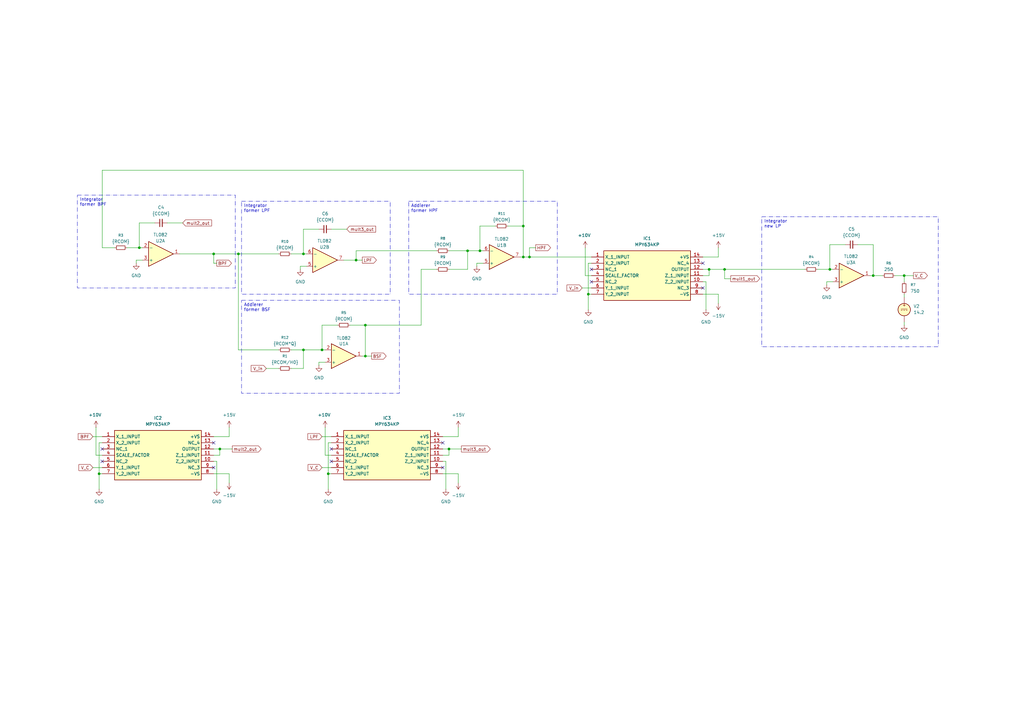
<source format=kicad_sch>
(kicad_sch (version 20250114) (generator "eeschema") (generator_version "9.0")
  (paper "A3")
  (lib_symbols
    (symbol "Amplifier_Operational:TL082" (pin_names (offset 0.127))
      (property "Reference" "U" (at 0 5.08 0))
      (property "Value" "TL082" (at 0 -5.08 0))
      (symbol "TL082_1_1"
        (polyline (pts (xy -5.08 5.08) (xy 5.08 0) (xy -5.08 -5.08) (xy -5.08 5.08)) (stroke (width 0.254)) (fill (type background)))
        (pin input line (at -7.62 2.54 0) (length 2.54) (name "+") (number "3"))
        (pin input line (at -7.62 -2.54 0) (length 2.54) (name "-") (number "2"))
        (pin output line (at 7.62 0 180) (length 2.54) (name "~") (number "1"))
      )
      (symbol "TL082_2_1"
        (polyline (pts (xy -5.08 5.08) (xy 5.08 0) (xy -5.08 -5.08) (xy -5.08 5.08)) (stroke (width 0.254)) (fill (type background)))
        (pin input line (at -7.62 2.54 0) (length 2.54) (name "+") (number "5"))
        (pin input line (at -7.62 -2.54 0) (length 2.54) (name "-") (number "6"))
        (pin output line (at 7.62 0 180) (length 2.54) (name "~") (number "7"))
      )
      (symbol "TL082_3_1"
        (pin power_in line (at -2.54 7.62 270) (length 3.81) (name "V+") (number "8"))
        (pin power_in line (at -2.54 -7.62 90) (length 3.81) (name "V-") (number "4"))
      )
    )
    (symbol "BA_Footprints:MPY634KP"
      (property "Reference" "IC" (at 41.91 7.62 0))
      (property "Value" "MPY634KP" (at 41.91 5.08 0))
      (symbol "MPY634KP_1_1"
        (rectangle (start 5.08 2.54) (end 40.64 -17.78) (stroke (width 0.254)) (fill (type background)))
        (pin passive line (at 0 0 0) (length 5.08) (name "X_1_INPUT") (number "1"))
        (pin passive line (at 0 -2.54 0) (length 5.08) (name "X_2_INPUT") (number "2"))
        (pin passive line (at 0 -5.08 0) (length 5.08) (name "NC_1") (number "3"))
        (pin passive line (at 0 -7.62 0) (length 5.08) (name "SCALE_FACTOR") (number "4"))
        (pin passive line (at 0 -10.16 0) (length 5.08) (name "NC_2") (number "5"))
        (pin passive line (at 0 -12.7 0) (length 5.08) (name "Y_1_INPUT") (number "6"))
        (pin passive line (at 0 -15.24 0) (length 5.08) (name "Y_2_INPUT") (number "7"))
        (pin passive line (at 45.72 0 180) (length 5.08) (name "+VS") (number "14"))
        (pin passive line (at 45.72 -2.54 180) (length 5.08) (name "NC_4") (number "13"))
        (pin passive line (at 45.72 -5.08 180) (length 5.08) (name "OUTPUT") (number "12"))
        (pin passive line (at 45.72 -7.62 180) (length 5.08) (name "Z_1_INPUT") (number "11"))
        (pin passive line (at 45.72 -10.16 180) (length 5.08) (name "Z_2_INPUT") (number "10"))
        (pin passive line (at 45.72 -12.7 180) (length 5.08) (name "NC_3") (number "9"))
        (pin passive line (at 45.72 -15.24 180) (length 5.08) (name "-VS") (number "8"))
      )
    )
    (symbol "Device:C_Small" (pin_numbers (hide yes)) (pin_names (offset 0.254) (hide yes))
      (property "Reference" "C" (at 0.254 1.778 0))
      (property "Value" "C_Small" (at 0.254 -2.032 0))
      (symbol "C_Small_0_1"
        (polyline (pts (xy -1.524 0.508) (xy 1.524 0.508)) (stroke (width 0.3048)))
        (polyline (pts (xy -1.524 -0.508) (xy 1.524 -0.508)) (stroke (width 0.3302)))
      )
      (symbol "C_Small_1_1"
        (pin passive line (at 0 2.54 270) (length 2.032) (name "~") (number "1"))
        (pin passive line (at 0 -2.54 90) (length 2.032) (name "~") (number "2"))
      )
    )
    (symbol "Device:R_Small" (pin_numbers (hide yes)) (pin_names (offset 0.254) (hide yes))
      (property "Reference" "R" (at 0 0 90))
      (property "Value" "R_Small" (at 1.778 0 90))
      (symbol "R_Small_0_1"
        (rectangle (start -0.762 1.778) (end 0.762 -1.778) (stroke (width 0.2032)))
      )
      (symbol "R_Small_1_1"
        (pin passive line (at 0 2.54 270) (length 0.762) (name "~") (number "1"))
        (pin passive line (at 0 -2.54 90) (length 0.762) (name "~") (number "2"))
      )
    )
    (symbol "Simulation_SPICE:VDC" (pin_numbers (hide yes)) (pin_names (offset 0.0254))
      (property "Reference" "V" (at 2.54 2.54 0))
      (property "Value" "1" (at 2.54 0 0))
      (symbol "VDC_0_0"
        (polyline (pts (xy -1.27 0.254) (xy 1.27 0.254)))
        (polyline (pts (xy -0.762 -0.254) (xy -1.27 -0.254)))
        (polyline (pts (xy 0.254 -0.254) (xy -0.254 -0.254)))
        (polyline (pts (xy 1.27 -0.254) (xy 0.762 -0.254)))
        (text "+" (at 0 1.905 0) (effects (font (size 1.27 1.27))))
      )
      (symbol "VDC_0_1"
        (circle (center 0 0) (radius 2.54) (stroke (width 0.254)) (fill (type background)))
      )
      (symbol "VDC_1_1"
        (pin passive line (at 0 5.08 270) (length 2.54) (name "~") (number "1"))
        (pin passive line (at 0 -5.08 90) (length 2.54) (name "~") (number "2"))
      )
    )
    (symbol "power:+15V" (power) (pin_numbers (hide yes)) (pin_names (offset 0) (hide yes))
      (property "Value" "+15V" (at 0 3.556 0))
      (symbol "+15V_0_1"
        (polyline (pts (xy -0.762 1.27) (xy 0 2.54)))
        (polyline (pts (xy 0 2.54) (xy 0.762 1.27)))
        (polyline (pts (xy 0 0) (xy 0 2.54)))
      )
      (symbol "+15V_1_1"
        (pin power_in line (at 0 0 90) (length 0) (name "~") (number "1"))
      )
    )
    (symbol "power:GND" (power) (pin_numbers (hide yes)) (pin_names (offset 0) (hide yes))
      (property "Value" "GND" (at 0 -3.81 0))
      (symbol "GND_0_1"
        (polyline (pts (xy 0 0) (xy 0 -1.27) (xy 1.27 -1.27) (xy 0 -2.54) (xy -1.27 -1.27) (xy 0 -1.27)))
      )
      (symbol "GND_1_1"
        (pin power_in line (at 0 0 270) (length 0) (name "~") (number "1"))
      )
    )
  )
  (rectangle (start -105.41 12.7) (end -11.684 104.14) (stroke (width 0) (type dash_dot)))
  (text ".control\nset controlswait\nwrite selfe_tuned_filter.raw all\n.endc" (at -103.632 78.74 0) (effects (font (size 1.27 1.27)) (justify left)))
  (text "Simulation Data" (exclude_from_sim yes) (at -103.886 71.374 0) (effects (font (size 1.27 1.27)) (justify left)))
  (text ".param RCOM = 1k\n.param CCOM = 1u\n.param Q = 1\n.param H0 = 1\n\n\n\n" (at -103.632 87.63 0) (effects (font (size 1.27 1.27)) (justify left top)))
  (text_box "Integrator\nnew LP" (exclude_from_sim yes) (at 312.42 88.9 0) (size 72.39 53.34) (margins 0.9525 0.9525 0.9525 0.9525) (stroke (width 0) (type dash_dot)) (effects (font (size 1.27 1.27)) (justify left top)))
  (text_box "Addierer\nformer BSF" (exclude_from_sim yes) (at 99.06 123.19 0) (size 64.77 38.1) (margins 0.9525 0.9525 0.9525 0.9525) (stroke (width 0) (type dash_dot)) (effects (font (size 1.27 1.27)) (justify left top)))
  (text_box "Integrator\nformer LPF" (exclude_from_sim yes) (at 99.06 82.55 0) (size 60.96 38.1) (margins 0.9525 0.9525 0.9525 0.9525) (stroke (width 0) (type dash_dot)) (effects (font (size 1.27 1.27)) (justify left top)))
  (text_box "Integrator\nformer BPF" (exclude_from_sim yes) (at 31.75 80.01 0) (size 64.77 38.1) (margins 0.9525 0.9525 0.9525 0.9525) (stroke (width 0) (type dash_dot)) (effects (font (size 1.27 1.27)) (justify left top)))
  (text_box "Addierer\nformer HPF\n" (exclude_from_sim yes) (at 167.64 82.55 0) (size 60.96 38.1) (margins 0.9525 0.9525 0.9525 0.9525) (stroke (width 0) (type dash_dot)) (effects (font (size 1.27 1.27)) (justify left top)))
  (junction (at 146.05 106.68))
  (junction (at 196.85 102.87))
  (junction (at 57.15 101.6))
  (junction (at 97.79 104.14))
  (junction (at 87.63 104.14))
  (junction (at 214.63 92.71))
  (junction (at -43.18 38.1))
  (junction (at 191.77 102.87))
  (junction (at 124.46 143.51))
  (junction (at 134.62 194.31))
  (junction (at 90.17 184.15))
  (junction (at 340.36 110.49))
  (junction (at 132.08 143.51))
  (junction (at 297.18 110.49))
  (junction (at 184.15 184.15))
  (junction (at 149.86 133.35))
  (junction (at -31.75 38.1))
  (junction (at 217.17 105.41))
  (junction (at 370.84 113.03))
  (junction (at 40.64 194.31))
  (junction (at -43.18 22.86))
  (junction (at 241.3 120.65))
  (junction (at 149.86 146.05))
  (junction (at -31.75 22.86))
  (junction (at 214.63 105.41))
  (junction (at 358.14 113.03))
  (junction (at 124.46 104.14))
  (junction (at 290.83 110.49))
  (no_connect (at 288.29 118.11))
  (no_connect (at 242.57 115.57))
  (no_connect (at 288.29 107.95))
  (no_connect (at 181.61 181.61))
  (no_connect (at 135.89 189.23))
  (no_connect (at 87.63 191.77))
  (no_connect (at 242.57 110.49))
  (no_connect (at 41.91 189.23))
  (no_connect (at 135.89 184.15))
  (no_connect (at 41.91 184.15))
  (no_connect (at 87.63 181.61))
  (no_connect (at 181.61 191.77))
  (wire (pts (xy 134.62 181.61) (xy 134.62 194.31)))
  (wire (pts (xy 133.35 175.26) (xy 133.35 186.69)))
  (wire (pts (xy 93.98 198.12) (xy 93.98 194.31)))
  (wire (pts (xy 339.09 116.84) (xy 339.09 115.57)))
  (wire (pts (xy 340.36 100.33) (xy 340.36 110.49)))
  (wire (pts (xy 191.77 110.49) (xy 191.77 102.87)))
  (wire (pts (xy 90.17 186.69) (xy 90.17 184.15)))
  (wire (pts (xy 41.91 181.61) (xy 40.64 181.61)))
  (wire (pts (xy 123.19 110.49) (xy 123.19 109.22)))
  (wire (pts (xy 134.62 194.31) (xy 134.62 200.66)))
  (wire (pts (xy 68.58 91.44) (xy 74.93 91.44)))
  (wire (pts (xy 191.77 110.49) (xy 184.15 110.49)))
  (wire (pts (xy 358.14 100.33) (xy 358.14 113.03)))
  (wire (pts (xy 119.38 143.51) (xy 124.46 143.51)))
  (wire (pts (xy 297.18 114.3) (xy 297.18 110.49)))
  (wire (pts (xy 294.64 101.6) (xy 294.64 105.41)))
  (wire (pts (xy 124.46 151.13) (xy 124.46 143.51)))
  (wire (pts (xy 149.86 146.05) (xy 148.59 146.05)))
  (wire (pts (xy 90.17 184.15) (xy 95.25 184.15)))
  (wire (pts (xy 297.18 114.3) (xy 299.72 114.3)))
  (wire (pts (xy 187.96 198.12) (xy 187.96 194.31)))
  (wire (pts (xy 290.83 113.03) (xy 290.83 110.49)))
  (wire (pts (xy 149.86 146.05) (xy 149.86 133.35)))
  (wire (pts (xy 52.07 101.6) (xy 57.15 101.6)))
  (wire (pts (xy 38.1 191.77) (xy 41.91 191.77)))
  (wire (pts (xy 38.1 179.07) (xy 41.91 179.07)))
  (wire (pts (xy 97.79 143.51) (xy 114.3 143.51)))
  (wire (pts (xy 290.83 110.49) (xy 297.18 110.49)))
  (wire (pts (xy 93.98 194.31) (xy 87.63 194.31)))
  (wire (pts (xy 87.63 104.14) (xy 97.79 104.14)))
  (wire (pts (xy 87.63 107.95) (xy 88.9 107.95)))
  (wire (pts (xy 146.05 106.68) (xy 148.59 106.68)))
  (wire (pts (xy 146.05 102.87) (xy 146.05 106.68)))
  (wire (pts (xy 288.29 113.03) (xy 290.83 113.03)))
  (wire (pts (xy 217.17 105.41) (xy 242.57 105.41)))
  (wire (pts (xy -43.18 21.59) (xy -43.18 22.86)))
  (wire (pts (xy 288.29 110.49) (xy 290.83 110.49)))
  (wire (pts (xy 214.63 69.85) (xy 214.63 92.71)))
  (wire (pts (xy 40.64 194.31) (xy 41.91 194.31)))
  (wire (pts (xy 187.96 194.31) (xy 181.61 194.31)))
  (wire (pts (xy -31.75 22.86) (xy -19.05 22.86)))
  (wire (pts (xy 87.63 107.95) (xy 87.63 104.14)))
  (wire (pts (xy 146.05 102.87) (xy 179.07 102.87)))
  (wire (pts (xy 57.15 91.44) (xy 57.15 101.6)))
  (wire (pts (xy 124.46 104.14) (xy 125.73 104.14)))
  (wire (pts (xy 133.35 186.69) (xy 135.89 186.69)))
  (wire (pts (xy 240.03 113.03) (xy 242.57 113.03)))
  (wire (pts (xy 191.77 102.87) (xy 196.85 102.87)))
  (wire (pts (xy 370.84 132.08) (xy 370.84 133.35)))
  (wire (pts (xy 340.36 100.33) (xy 346.71 100.33)))
  (wire (pts (xy 55.88 107.95) (xy 55.88 106.68)))
  (wire (pts (xy 240.03 101.6) (xy 240.03 113.03)))
  (wire (pts (xy 351.79 100.33) (xy 358.14 100.33)))
  (wire (pts (xy -38.1 82.55) (xy -38.1 77.47)))
  (wire (pts (xy 149.86 146.05) (xy 152.4 146.05)))
  (wire (pts (xy 187.96 179.07) (xy 181.61 179.07)))
  (wire (pts (xy 87.63 104.14) (xy 73.66 104.14)))
  (wire (pts (xy 335.28 110.49) (xy 340.36 110.49)))
  (wire (pts (xy 181.61 184.15) (xy 184.15 184.15)))
  (wire (pts (xy 208.28 92.71) (xy 214.63 92.71)))
  (wire (pts (xy 214.63 105.41) (xy 213.36 105.41)))
  (wire (pts (xy 40.64 181.61) (xy 40.64 194.31)))
  (wire (pts (xy 241.3 120.65) (xy 242.57 120.65)))
  (wire (pts (xy 134.62 194.31) (xy 135.89 194.31)))
  (wire (pts (xy 184.15 184.15) (xy 189.23 184.15)))
  (wire (pts (xy 370.84 113.03) (xy 374.65 113.03)))
  (wire (pts (xy 132.08 143.51) (xy 133.35 143.51)))
  (wire (pts (xy 132.08 133.35) (xy 138.43 133.35)))
  (wire (pts (xy 196.85 92.71) (xy 196.85 102.87)))
  (wire (pts (xy 130.81 148.59) (xy 130.81 149.86)))
  (wire (pts (xy 196.85 102.87) (xy 198.12 102.87)))
  (wire (pts (xy 143.51 133.35) (xy 149.86 133.35)))
  (wire (pts (xy 358.14 113.03) (xy 361.95 113.03)))
  (wire (pts (xy 87.63 186.69) (xy 90.17 186.69)))
  (wire (pts (xy 195.58 109.22) (xy 195.58 107.95)))
  (wire (pts (xy 288.29 115.57) (xy 289.56 115.57)))
  (wire (pts (xy 109.22 151.13) (xy 114.3 151.13)))
  (wire (pts (xy 370.84 120.65) (xy 370.84 121.92)))
  (wire (pts (xy 181.61 189.23) (xy 182.88 189.23)))
  (wire (pts (xy 172.72 110.49) (xy 179.07 110.49)))
  (wire (pts (xy 217.17 101.6) (xy 217.17 105.41)))
  (wire (pts (xy 172.72 133.35) (xy 149.86 133.35)))
  (wire (pts (xy 182.88 189.23) (xy 182.88 200.66)))
  (wire (pts (xy 196.85 92.71) (xy 203.2 92.71)))
  (wire (pts (xy -43.18 38.1) (xy -43.18 39.37)))
  (wire (pts (xy 87.63 189.23) (xy 88.9 189.23)))
  (wire (pts (xy 119.38 151.13) (xy 124.46 151.13)))
  (wire (pts (xy 214.63 92.71) (xy 214.63 105.41)))
  (wire (pts (xy 242.57 107.95) (xy 241.3 107.95)))
  (wire (pts (xy 370.84 113.03) (xy 370.84 115.57)))
  (wire (pts (xy 135.89 181.61) (xy 134.62 181.61)))
  (wire (pts (xy 93.98 179.07) (xy 87.63 179.07)))
  (wire (pts (xy 124.46 93.98) (xy 130.81 93.98)))
  (wire (pts (xy 119.38 104.14) (xy 124.46 104.14)))
  (wire (pts (xy 184.15 102.87) (xy 191.77 102.87)))
  (wire (pts (xy 294.64 124.46) (xy 294.64 120.65)))
  (wire (pts (xy -38.1 77.47) (xy -35.56 77.47)))
  (wire (pts (xy 289.56 115.57) (xy 289.56 127)))
  (wire (pts (xy 339.09 115.57) (xy 341.63 115.57)))
  (wire (pts (xy -31.75 38.1) (xy -19.05 38.1)))
  (wire (pts (xy 55.88 106.68) (xy 58.42 106.68)))
  (wire (pts (xy 214.63 105.41) (xy 217.17 105.41)))
  (wire (pts (xy 41.91 101.6) (xy 46.99 101.6)))
  (wire (pts (xy 87.63 184.15) (xy 90.17 184.15)))
  (wire (pts (xy 367.03 113.03) (xy 370.84 113.03)))
  (wire (pts (xy 88.9 189.23) (xy 88.9 200.66)))
  (wire (pts (xy 124.46 143.51) (xy 132.08 143.51)))
  (wire (pts (xy 133.35 148.59) (xy 130.81 148.59)))
  (wire (pts (xy 294.64 105.41) (xy 288.29 105.41)))
  (wire (pts (xy 181.61 186.69) (xy 184.15 186.69)))
  (wire (pts (xy 57.15 101.6) (xy 58.42 101.6)))
  (wire (pts (xy 184.15 186.69) (xy 184.15 184.15)))
  (wire (pts (xy 135.89 93.98) (xy 142.24 93.98)))
  (wire (pts (xy 187.96 175.26) (xy 187.96 179.07)))
  (wire (pts (xy 132.08 179.07) (xy 135.89 179.07)))
  (wire (pts (xy 41.91 69.85) (xy 41.91 101.6)))
  (wire (pts (xy 132.08 191.77) (xy 135.89 191.77)))
  (wire (pts (xy 241.3 120.65) (xy 241.3 127)))
  (wire (pts (xy 356.87 113.03) (xy 358.14 113.03)))
  (wire (pts (xy 340.36 110.49) (xy 341.63 110.49)))
  (wire (pts (xy 93.98 175.26) (xy 93.98 179.07)))
  (wire (pts (xy -43.18 22.86) (xy -31.75 22.86)))
  (wire (pts (xy 57.15 91.44) (xy 63.5 91.44)))
  (wire (pts (xy 132.08 133.35) (xy 132.08 143.51)))
  (wire (pts (xy 40.64 194.31) (xy 40.64 200.66)))
  (wire (pts (xy 97.79 104.14) (xy 114.3 104.14)))
  (wire (pts (xy 172.72 110.49) (xy 172.72 133.35)))
  (wire (pts (xy 39.37 186.69) (xy 41.91 186.69)))
  (wire (pts (xy 195.58 107.95) (xy 198.12 107.95)))
  (wire (pts (xy 124.46 93.98) (xy 124.46 104.14)))
  (wire (pts (xy -43.18 38.1) (xy -31.75 38.1)))
  (wire (pts (xy 297.18 110.49) (xy 330.2 110.49)))
  (wire (pts (xy 294.64 120.65) (xy 288.29 120.65)))
  (wire (pts (xy 123.19 109.22) (xy 125.73 109.22)))
  (wire (pts (xy 97.79 143.51) (xy 97.79 104.14)))
  (wire (pts (xy 39.37 175.26) (xy 39.37 186.69)))
  (wire (pts (xy -38.1 92.71) (xy -38.1 95.25)))
  (wire (pts (xy 219.71 101.6) (xy 217.17 101.6)))
  (wire (pts (xy 238.76 118.11) (xy 242.57 118.11)))
  (wire (pts (xy 140.97 106.68) (xy 146.05 106.68)))
  (wire (pts (xy 241.3 107.95) (xy 241.3 120.65)))
  (wire (pts (xy 214.63 69.85) (xy 41.91 69.85)))
  (label "V_in" (at -38.1 82.55 0))
  (global_label "mult2_out" (shape input) (at 74.93 91.44 0) (property "Intersheetrefs" "${INTERSHEET_REFS}" (effects (hide yes))))
  (global_label "BPF" (shape output) (at 88.9 107.95 0) (property "Intersheetrefs" "${INTERSHEET_REFS}" (effects (hide yes))))
  (global_label "V_in" (shape input) (at 238.76 118.11 180) (property "Intersheetrefs" "${INTERSHEET_REFS}" (effects (hide yes))))
  (global_label "mult1_out" (shape output) (at 299.72 114.3 0) (property "Intersheetrefs" "${INTERSHEET_REFS}" (effects (hide yes))))
  (global_label "HPF" (shape output) (at 219.71 101.6 0) (property "Intersheetrefs" "${INTERSHEET_REFS}" (effects (hide yes))))
  (global_label "V_in" (shape input) (at 109.22 151.13 180) (property "Intersheetrefs" "${INTERSHEET_REFS}" (effects (hide yes))))
  (global_label "V_C" (shape input) (at 132.08 191.77 180) (property "Intersheetrefs" "${INTERSHEET_REFS}" (effects (hide yes))))
  (global_label "BSF" (shape output) (at 152.4 146.05 0) (property "Intersheetrefs" "${INTERSHEET_REFS}" (effects (hide yes))))
  (global_label "mult2_out" (shape output) (at 95.25 184.15 0) (property "Intersheetrefs" "${INTERSHEET_REFS}" (effects (hide yes))))
  (global_label "V_in" (shape output) (at -35.56 77.47 0) (property "Intersheetrefs" "${INTERSHEET_REFS}" (effects (hide yes))))
  (global_label "V_C" (shape input) (at 38.1 191.77 180) (property "Intersheetrefs" "${INTERSHEET_REFS}" (effects (hide yes))))
  (global_label "mult3_out" (shape input) (at 142.24 93.98 0) (property "Intersheetrefs" "${INTERSHEET_REFS}" (effects (hide yes))))
  (global_label "BPF" (shape input) (at 38.1 179.07 180) (property "Intersheetrefs" "${INTERSHEET_REFS}" (effects (hide yes))))
  (global_label "mult3_out" (shape output) (at 189.23 184.15 0) (property "Intersheetrefs" "${INTERSHEET_REFS}" (effects (hide yes))))
  (global_label "LPF" (shape input) (at 132.08 179.07 180) (property "Intersheetrefs" "${INTERSHEET_REFS}" (effects (hide yes))))
  (global_label "LPF" (shape output) (at 148.59 106.68 0) (property "Intersheetrefs" "${INTERSHEET_REFS}" (effects (hide yes))))
  (global_label "V_C" (shape output) (at 374.65 113.03 0) (property "Intersheetrefs" "${INTERSHEET_REFS}" (effects (hide yes))))
  (symbol (lib_id "BA_Footprints:MPY634KP") (at 135.89 179.07 0) (unit 1)
    (property "Reference" "IC3" (at 158.75 171.45 0))
    (property "Value" "MPY634KP" (at 158.75 173.99 0))
    (property "Datasheet" "http://www.ti.com/lit/gpn/mpy634" (effects (hide yes)))
    (property "Description" "Wide Bandwidth Precision Analog Multiplier" (effects (hide yes)))
    (property "Height" "5.08" (effects (hide yes)))
    (property "Mouser Part Number" "595-MPY634KP" (effects (hide yes)))
    (property "Mouser Price/Stock" "https://www.mouser.co.uk/ProductDetail/Texas-Instruments/MPY634KP?qs=paYhMW8qfitgLgQ%252B%2FVQr7Q%3D%3D" (effects (hide yes)))
    (property "Manufacturer_Name" "Texas Instruments" (effects (hide yes)))
    (property "Manufacturer_Part_Number" "MPY634KP" (effects (hide yes)))
    (property "Sim.Library" "mpy634_tina.lib" (effects (hide yes)))
    (property "Sim.Name" "MPY634_behavioral" (effects (hide yes)))
    (property "Sim.Device" "SUBCKT" (effects (hide yes)))
    (property "Sim.Pins" "1=X1 2=X2 4=SF 6=Y1 7=Y2 8=-Vs 10=Z2 11=Z1 12=Out 14=+Vs" (effects (hide yes)))
  )
  (symbol (lib_id "power:+15V") (at 187.96 175.26 0) (unit 1)
    (property "Reference" "#PWR02" (effects (hide yes)))
    (property "Value" "+15V" (at 187.96 170.18 0))
    (property "Description" "Power symbol creates a global label with name \"+15V\"" (effects (hide yes)))
  )
  (symbol (lib_id "power:GND") (at 130.81 149.86 0) (unit 1)
    (property "Reference" "#PWR024" (effects (hide yes)))
    (property "Value" "GND" (at 130.81 154.94 0))
    (property "Description" "Power symbol creates a global label with name \"GND\" , ground" (effects (hide yes)))
  )
  (symbol (lib_id "power:+15V") (at 93.98 175.26 0) (unit 1)
    (property "Reference" "#PWR01" (effects (hide yes)))
    (property "Value" "+15V" (at 93.98 170.18 0))
    (property "Description" "Power symbol creates a global label with name \"+15V\"" (effects (hide yes)))
  )
  (symbol (lib_id "Device:R_Small") (at 181.61 102.87 90) (unit 1)
    (property "Reference" "R8" (at 181.61 97.79 90) (effects (font (size 1.016 1.016))))
    (property "Value" "{RCOM}" (at 181.61 100.33 90))
    (property "Footprint" "000_Footprints:Resistor" (effects (hide yes)))
    (property "Description" "Resistor, small symbol" (effects (hide yes)))
  )
  (symbol (lib_id "Simulation_SPICE:VDC") (at 370.84 127 0) (unit 1)
    (property "Reference" "V2" (at 374.65 125.6001 0) (effects (justify left)))
    (property "Value" "14.2" (at 374.65 128.1401 0) (effects (justify left)))
    (property "Datasheet" "https://ngspice.sourceforge.io/docs/ngspice-html-manual/manual.xhtml#sec_Independent_Sources_for" (effects (hide yes)))
    (property "Description" "Voltage source, DC" (effects (hide yes)))
    (property "Sim.Pins" "1=+ 2=-" (effects (hide yes)))
    (property "Sim.Type" "DC" (effects (hide yes)))
    (property "Sim.Device" "V" (effects (hide yes)))
  )
  (symbol (lib_id "power:+15V") (at 93.98 198.12 180) (unit 1)
    (property "Reference" "#PWR03" (effects (hide yes)))
    (property "Value" "-15V" (at 93.98 203.2 0))
    (property "Description" "Power symbol creates a global label with name \"+15V\"" (effects (hide yes)))
  )
  (symbol (lib_id "power:GND") (at 123.19 110.49 0) (unit 1)
    (property "Reference" "#PWR027" (effects (hide yes)))
    (property "Value" "GND" (at 123.19 115.57 0))
    (property "Description" "Power symbol creates a global label with name \"GND\" , ground" (effects (hide yes)))
  )
  (symbol (lib_id "power:GND") (at 134.62 200.66 0) (unit 1)
    (property "Reference" "#PWR026" (effects (hide yes)))
    (property "Value" "GND" (at 134.62 205.74 0))
    (property "Description" "Power symbol creates a global label with name \"GND\" , ground" (effects (hide yes)))
  )
  (symbol (lib_id "power:+15V") (at -99.06 25.4 0) (unit 1)
    (property "Reference" "#PWR044" (effects (hide yes)))
    (property "Value" "-15V" (at -99.06 20.32 0))
    (property "Description" "Power symbol creates a global label with name \"+15V\"" (effects (hide yes)))
  )
  (symbol (lib_id "Simulation_SPICE:VDC") (at -38.1 87.63 0) (unit 1)
    (property "Reference" "V1" (at -34.29 86.2301 0) (effects (justify left)))
    (property "Value" "1" (at -34.29 88.7701 0) (effects (justify left)))
    (property "Datasheet" "https://ngspice.sourceforge.io/docs/ngspice-html-manual/manual.xhtml#sec_Independent_Sources_for" (effects (hide yes)))
    (property "Description" "Voltage source, DC" (effects (hide yes)))
    (property "Sim.Pins" "1=+ 2=-" (effects (hide yes)))
    (property "Sim.Type" "DC" (effects (hide yes)))
    (property "Sim.Device" "V" (effects (hide yes)))
    (property "Sim.Params" "ac=1" (effects (hide yes)))
  )
  (symbol (lib_id "Device:C_Small") (at 133.35 93.98 90) (unit 1)
    (property "Reference" "C6" (at 133.3563 87.63 90))
    (property "Value" "{CCOM}" (at 133.3563 90.17 90))
    (property "Description" "Unpolarized capacitor, small symbol" (effects (hide yes)))
  )
  (symbol (lib_id "Amplifier_Operational:TL082") (at 140.97 146.05 0) (mirror x) (unit 1)
    (property "Reference" "U1" (at 140.97 140.97 0))
    (property "Value" "TL082" (at 140.97 138.684 0))
    (property "Footprint" "Package_DIP:CERDIP-8_W7.62mm_SideBrazed_LongPads_Socket" (effects (hide yes)))
    (property "Datasheet" "http://www.ti.com/lit/ds/symlink/tl081.pdf" (effects (hide yes)))
    (property "Description" "Dual JFET-Input Operational Amplifiers, DIP-8/SOIC-8/SSOP-8" (effects (hide yes)))
    (property "Sim.Library" "TL082-dual.lib" (effects (hide yes)))
    (property "Sim.Name" "TL082-dual" (effects (hide yes)))
    (property "Sim.Device" "SUBCKT" (effects (hide yes)))
    (property "Sim.Pins" "1=1out 2=1in- 3=1in+ 4=vcc- 5=2in+ 6=2in- 7=2out 8=vcc+" (effects (hide yes)))
  )
  (symbol (lib_id "Amplifier_Operational:TL082") (at 205.74 105.41 0) (mirror x) (unit 2)
    (property "Reference" "U1" (at 205.74 100.584 0))
    (property "Value" "TL082" (at 205.74 98.044 0))
    (property "Footprint" "Package_DIP:CERDIP-8_W7.62mm_SideBrazed_LongPads_Socket" (effects (hide yes)))
    (property "Datasheet" "http://www.ti.com/lit/ds/symlink/tl081.pdf" (effects (hide yes)))
    (property "Description" "Dual JFET-Input Operational Amplifiers, DIP-8/SOIC-8/SSOP-8" (effects (hide yes)))
    (property "Sim.Library" "TL082-dual.lib" (effects (hide yes)))
    (property "Sim.Name" "TL082-dual" (effects (hide yes)))
    (property "Sim.Device" "SUBCKT" (effects (hide yes)))
    (property "Sim.Pins" "1=1out 2=1in- 3=1in+ 4=vcc- 5=2in+ 6=2in- 7=2out 8=vcc+" (effects (hide yes)))
  )
  (symbol (lib_id "power:GND") (at -99.06 35.56 0) (unit 1)
    (property "Reference" "#PWR045" (effects (hide yes)))
    (property "Value" "GND" (at -99.06 40.64 0))
    (property "Description" "Power symbol creates a global label with name \"GND\" , ground" (effects (hide yes)))
  )
  (symbol (lib_id "Device:R_Small") (at 332.74 110.49 90) (unit 1)
    (property "Reference" "R4" (at 332.74 105.41 90) (effects (font (size 1.016 1.016))))
    (property "Value" "{RCOM}" (at 332.74 107.95 90))
    (property "Footprint" "000_Footprints:Resistor" (effects (hide yes)))
    (property "Description" "Resistor, small symbol" (effects (hide yes)))
  )
  (symbol (lib_id "Device:R_Small") (at 116.84 143.51 90) (unit 1)
    (property "Reference" "R12" (at 116.84 138.43 90) (effects (font (size 1.016 1.016))))
    (property "Value" "{RCOM*Q}" (at 116.84 140.97 90))
    (property "Footprint" "000_Footprints:Resistor" (effects (hide yes)))
    (property "Description" "Resistor, small symbol" (effects (hide yes)))
  )
  (symbol (lib_id "Device:R_Small") (at 364.49 113.03 90) (unit 1)
    (property "Reference" "R6" (at 364.49 107.95 90) (effects (font (size 1.016 1.016))))
    (property "Value" "250" (at 364.49 110.49 90))
    (property "Footprint" "000_Footprints:Resistor" (effects (hide yes)))
    (property "Description" "Resistor, small symbol" (effects (hide yes)))
  )
  (symbol (lib_id "power:GND") (at 289.56 127 0) (unit 1)
    (property "Reference" "#PWR012" (effects (hide yes)))
    (property "Value" "GND" (at 289.56 132.08 0))
    (property "Description" "Power symbol creates a global label with name \"GND\" , ground" (effects (hide yes)))
  )
  (symbol (lib_id "power:+15V") (at -87.63 25.4 0) (unit 1)
    (property "Reference" "#PWR046" (effects (hide yes)))
    (property "Value" "+15V" (at -87.63 20.32 0))
    (property "Description" "Power symbol creates a global label with name \"+15V\"" (effects (hide yes)))
  )
  (symbol (lib_id "Device:R_Small") (at 116.84 151.13 90) (unit 1)
    (property "Reference" "R1" (at 116.84 146.05 90) (effects (font (size 1.016 1.016))))
    (property "Value" "{RCOM/H0}" (at 116.84 148.59 90))
    (property "Footprint" "000_Footprints:Resistor" (effects (hide yes)))
    (property "Description" "Resistor, small symbol" (effects (hide yes)))
  )
  (symbol (lib_id "power:+15V") (at -43.18 39.37 180) (unit 1)
    (property "Reference" "#PWR051" (effects (hide yes)))
    (property "Value" "-15V" (at -43.18 44.45 0))
    (property "Description" "Power symbol creates a global label with name \"+15V\"" (effects (hide yes)))
  )
  (symbol (lib_id "power:GND") (at 182.88 200.66 0) (unit 1)
    (property "Reference" "#PWR029" (effects (hide yes)))
    (property "Value" "GND" (at 182.88 205.74 0))
    (property "Description" "Power symbol creates a global label with name \"GND\" , ground" (effects (hide yes)))
  )
  (symbol (lib_id "Device:C_Small") (at 349.25 100.33 90) (unit 1)
    (property "Reference" "C5" (at 349.2563 93.98 90))
    (property "Value" "{CCOM}" (at 349.2563 96.52 90))
    (property "Description" "Unpolarized capacitor, small symbol" (effects (hide yes)))
  )
  (symbol (lib_id "BA_Footprints:MPY634KP") (at 242.57 105.41 0) (unit 1)
    (property "Reference" "IC1" (at 265.43 97.79 0))
    (property "Value" "MPY634KP" (at 265.43 100.33 0))
    (property "Datasheet" "http://www.ti.com/lit/gpn/mpy634" (effects (hide yes)))
    (property "Description" "Wide Bandwidth Precision Analog Multiplier" (effects (hide yes)))
    (property "Height" "5.08" (effects (hide yes)))
    (property "Mouser Part Number" "595-MPY634KP" (effects (hide yes)))
    (property "Mouser Price/Stock" "https://www.mouser.co.uk/ProductDetail/Texas-Instruments/MPY634KP?qs=paYhMW8qfitgLgQ%252B%2FVQr7Q%3D%3D" (effects (hide yes)))
    (property "Manufacturer_Name" "Texas Instruments" (effects (hide yes)))
    (property "Manufacturer_Part_Number" "MPY634KP" (effects (hide yes)))
    (property "Sim.Library" "mpy634_tina.lib" (effects (hide yes)))
    (property "Sim.Name" "MPY634_behavioral" (effects (hide yes)))
    (property "Sim.Device" "SUBCKT" (effects (hide yes)))
    (property "Sim.Pins" "1=X1 2=X2 4=SF 6=Y1 7=Y2 8=-Vs 10=Z2 11=Z1 12=Out 14=+Vs" (effects (hide yes)))
  )
  (symbol (lib_id "Device:R_Small") (at 116.84 104.14 90) (unit 1)
    (property "Reference" "R10" (at 116.84 99.06 90) (effects (font (size 1.016 1.016))))
    (property "Value" "{RCOM}" (at 116.84 101.6 90))
    (property "Footprint" "000_Footprints:Resistor" (effects (hide yes)))
    (property "Description" "Resistor, small symbol" (effects (hide yes)))
  )
  (symbol (lib_id "Device:C_Small") (at 66.04 91.44 90) (unit 1)
    (property "Reference" "C4" (at 66.0463 85.09 90))
    (property "Value" "{CCOM}" (at 66.0463 87.63 90))
    (property "Description" "Unpolarized capacitor, small symbol" (effects (hide yes)))
  )
  (symbol (lib_id "power:+15V") (at 294.64 124.46 180) (unit 1)
    (property "Reference" "#PWR011" (effects (hide yes)))
    (property "Value" "-15V" (at 294.64 129.54 0))
    (property "Description" "Power symbol creates a global label with name \"+15V\"" (effects (hide yes)))
  )
  (symbol (lib_id "Amplifier_Operational:TL082") (at 66.04 104.14 0) (mirror x) (unit 1)
    (property "Reference" "U2" (at 65.786 98.806 0))
    (property "Value" "TL082" (at 65.786 96.266 0))
    (property "Footprint" "Package_DIP:CERDIP-8_W7.62mm_SideBrazed_LongPads_Socket" (effects (hide yes)))
    (property "Datasheet" "http://www.ti.com/lit/ds/symlink/tl081.pdf" (effects (hide yes)))
    (property "Description" "Dual JFET-Input Operational Amplifiers, DIP-8/SOIC-8/SSOP-8" (effects (hide yes)))
    (property "Sim.Library" "TL082-dual.lib" (effects (hide yes)))
    (property "Sim.Name" "TL082-dual" (effects (hide yes)))
    (property "Sim.Device" "SUBCKT" (effects (hide yes)))
    (property "Sim.Pins" "1=1out 2=1in- 3=1in+ 4=vcc- 5=2in+ 6=2in- 7=2out 8=vcc+" (effects (hide yes)))
  )
  (symbol (lib_id "power:+15V") (at 294.64 101.6 0) (unit 1)
    (property "Reference" "#PWR010" (effects (hide yes)))
    (property "Value" "+15V" (at 294.64 96.52 0))
    (property "Description" "Power symbol creates a global label with name \"+15V\"" (effects (hide yes)))
  )
  (symbol (lib_id "Simulation_SPICE:VDC") (at -99.06 30.48 180) (unit 1)
    (property "Reference" "V8" (at -102.87 31.8799 0) (effects (justify left)))
    (property "Value" "15" (at -102.87 29.3399 0) (effects (justify left)))
    (property "Datasheet" "https://ngspice.sourceforge.io/docs/ngspice-html-manual/manual.xhtml#sec_Independent_Sources_for" (effects (hide yes)))
    (property "Description" "Voltage source, DC" (effects (hide yes)))
    (property "Sim.Pins" "1=+ 2=-" (effects (hide yes)))
    (property "Sim.Type" "DC" (effects (hide yes)))
    (property "Sim.Device" "V" (effects (hide yes)))
  )
  (symbol (lib_id "BA_Footprints:MPY634KP") (at 41.91 179.07 0) (unit 1)
    (property "Reference" "IC2" (at 64.77 171.45 0))
    (property "Value" "MPY634KP" (at 64.77 173.99 0))
    (property "Datasheet" "http://www.ti.com/lit/gpn/mpy634" (effects (hide yes)))
    (property "Description" "Wide Bandwidth Precision Analog Multiplier" (effects (hide yes)))
    (property "Height" "5.08" (effects (hide yes)))
    (property "Mouser Part Number" "595-MPY634KP" (effects (hide yes)))
    (property "Mouser Price/Stock" "https://www.mouser.co.uk/ProductDetail/Texas-Instruments/MPY634KP?qs=paYhMW8qfitgLgQ%252B%2FVQr7Q%3D%3D" (effects (hide yes)))
    (property "Manufacturer_Name" "Texas Instruments" (effects (hide yes)))
    (property "Manufacturer_Part_Number" "MPY634KP" (effects (hide yes)))
    (property "Sim.Library" "mpy634_tina.lib" (effects (hide yes)))
    (property "Sim.Name" "MPY634_behavioral" (effects (hide yes)))
    (property "Sim.Device" "SUBCKT" (effects (hide yes)))
    (property "Sim.Pins" "1=X1 2=X2 4=SF 6=Y1 7=Y2 8=-Vs 10=Z2 11=Z1 12=Out 14=+Vs" (effects (hide yes)))
  )
  (symbol (lib_id "power:+15V") (at -73.66 25.4 0) (unit 1)
    (property "Reference" "#PWR048" (effects (hide yes)))
    (property "Value" "+10V" (at -76.708 20.32 0) (effects (justify left)))
    (property "Description" "Power symbol creates a global label with name \"+15V\"" (effects (hide yes)))
  )
  (symbol (lib_id "Amplifier_Operational:TL082") (at -16.51 30.48 0) (unit 3)
    (property "Reference" "U3" (at -17.78 29.2099 0) (effects (justify left)))
    (property "Value" "TL082" (at -17.78 31.7499 0) (effects (justify left)))
    (property "Footprint" "Package_DIP:CERDIP-8_W7.62mm_SideBrazed_LongPads_Socket" (effects (hide yes)))
    (property "Datasheet" "http://www.ti.com/lit/ds/symlink/tl081.pdf" (effects (hide yes)))
    (property "Description" "Dual JFET-Input Operational Amplifiers, DIP-8/SOIC-8/SSOP-8" (effects (hide yes)))
    (property "Sim.Library" "TL082-dual.lib" (effects (hide yes)))
    (property "Sim.Name" "TL082-dual" (effects (hide yes)))
    (property "Sim.Device" "SUBCKT" (effects (hide yes)))
    (property "Sim.Pins" "1=1out 2=1in- 3=1in+ 4=vcc- 5=2in+ 6=2in- 7=2out 8=vcc+" (effects (hide yes)))
  )
  (symbol (lib_id "Simulation_SPICE:VDC") (at -73.66 30.48 0) (unit 1)
    (property "Reference" "V10" (at -69.85 29.0801 0) (effects (justify left)))
    (property "Value" "10" (at -69.85 31.6201 0) (effects (justify left)))
    (property "Datasheet" "https://ngspice.sourceforge.io/docs/ngspice-html-manual/manual.xhtml#sec_Independent_Sources_for" (effects (hide yes)))
    (property "Description" "Voltage source, DC" (effects (hide yes)))
    (property "Sim.Pins" "1=+ 2=-" (effects (hide yes)))
    (property "Sim.Type" "DC" (effects (hide yes)))
    (property "Sim.Device" "V" (effects (hide yes)))
  )
  (symbol (lib_id "power:+15V") (at 187.96 198.12 180) (unit 1)
    (property "Reference" "#PWR06" (effects (hide yes)))
    (property "Value" "-15V" (at 187.96 203.2 0))
    (property "Description" "Power symbol creates a global label with name \"+15V\"" (effects (hide yes)))
  )
  (symbol (lib_id "power:GND") (at 88.9 200.66 0) (unit 1)
    (property "Reference" "#PWR019" (effects (hide yes)))
    (property "Value" "GND" (at 88.9 205.74 0))
    (property "Description" "Power symbol creates a global label with name \"GND\" , ground" (effects (hide yes)))
  )
  (symbol (lib_id "Amplifier_Operational:TL082") (at 133.35 106.68 0) (mirror x) (unit 2)
    (property "Reference" "U2" (at 133.096 101.346 0))
    (property "Value" "TL082" (at 133.096 98.806 0))
    (property "Footprint" "Package_DIP:CERDIP-8_W7.62mm_SideBrazed_LongPads_Socket" (effects (hide yes)))
    (property "Datasheet" "http://www.ti.com/lit/ds/symlink/tl081.pdf" (effects (hide yes)))
    (property "Description" "Dual JFET-Input Operational Amplifiers, DIP-8/SOIC-8/SSOP-8" (effects (hide yes)))
    (property "Sim.Library" "TL082-dual.lib" (effects (hide yes)))
    (property "Sim.Name" "TL082-dual" (effects (hide yes)))
    (property "Sim.Device" "SUBCKT" (effects (hide yes)))
    (property "Sim.Pins" "1=1out 2=1in- 3=1in+ 4=vcc- 5=2in+ 6=2in- 7=2out 8=vcc+" (effects (hide yes)))
  )
  (symbol (lib_id "Amplifier_Operational:TL082") (at 349.25 113.03 0) (mirror x) (unit 1)
    (property "Reference" "U3" (at 348.996 107.696 0))
    (property "Value" "TL082" (at 348.996 105.156 0))
    (property "Footprint" "Package_DIP:CERDIP-8_W7.62mm_SideBrazed_LongPads_Socket" (effects (hide yes)))
    (property "Datasheet" "http://www.ti.com/lit/ds/symlink/tl081.pdf" (effects (hide yes)))
    (property "Description" "Dual JFET-Input Operational Amplifiers, DIP-8/SOIC-8/SSOP-8" (effects (hide yes)))
    (property "Sim.Library" "TL082-dual.lib" (effects (hide yes)))
    (property "Sim.Name" "TL082-dual" (effects (hide yes)))
    (property "Sim.Device" "SUBCKT" (effects (hide yes)))
    (property "Sim.Pins" "1=1out 2=1in- 3=1in+ 4=vcc- 5=2in+ 6=2in- 7=2out 8=vcc+" (effects (hide yes)))
  )
  (symbol (lib_id "Amplifier_Operational:TL082") (at -40.64 30.48 0) (unit 3)
    (property "Reference" "U1" (at -41.91 29.2099 0) (effects (justify left)))
    (property "Value" "TL082" (at -41.91 31.7499 0) (effects (justify left)))
    (property "Footprint" "Package_DIP:CERDIP-8_W7.62mm_SideBrazed_LongPads_Socket" (effects (hide yes)))
    (property "Datasheet" "http://www.ti.com/lit/ds/symlink/tl081.pdf" (effects (hide yes)))
    (property "Description" "Dual JFET-Input Operational Amplifiers, DIP-8/SOIC-8/SSOP-8" (effects (hide yes)))
    (property "Sim.Library" "TL082-dual.lib" (effects (hide yes)))
    (property "Sim.Name" "TL082-dual" (effects (hide yes)))
    (property "Sim.Device" "SUBCKT" (effects (hide yes)))
    (property "Sim.Pins" "1=1out 2=1in- 3=1in+ 4=vcc- 5=2in+ 6=2in- 7=2out 8=vcc+" (effects (hide yes)))
  )
  (symbol (lib_id "Device:R_Small") (at 140.97 133.35 90) (unit 1)
    (property "Reference" "R5" (at 140.97 128.27 90) (effects (font (size 1.016 1.016))))
    (property "Value" "{RCOM}" (at 140.97 130.81 90))
    (property "Footprint" "000_Footprints:Resistor" (effects (hide yes)))
    (property "Description" "Resistor, small symbol" (effects (hide yes)))
  )
  (symbol (lib_id "power:GND") (at -73.66 35.56 0) (unit 1)
    (property "Reference" "#PWR049" (effects (hide yes)))
    (property "Value" "GND" (at -73.66 40.64 0))
    (property "Description" "Power symbol creates a global label with name \"GND\" , ground" (effects (hide yes)))
  )
  (symbol (lib_id "power:+15V") (at 133.35 175.26 0) (unit 1)
    (property "Reference" "#PWR09" (effects (hide yes)))
    (property "Value" "+10V" (at 130.302 170.18 0) (effects (justify left)))
    (property "Description" "Power symbol creates a global label with name \"+15V\"" (effects (hide yes)))
  )
  (symbol (lib_id "power:GND") (at -38.1 95.25 0) (unit 1)
    (property "Reference" "#PWR07" (effects (hide yes)))
    (property "Value" "GND" (at -38.1 100.33 0))
    (property "Description" "Power symbol creates a global label with name \"GND\" , ground" (effects (hide yes)))
  )
  (symbol (lib_id "power:GND") (at 241.3 127 0) (unit 1)
    (property "Reference" "#PWR05" (effects (hide yes)))
    (property "Value" "GND" (at 241.3 132.08 0))
    (property "Description" "Power symbol creates a global label with name \"GND\" , ground" (effects (hide yes)))
  )
  (symbol (lib_id "power:+15V") (at 240.03 101.6 0) (unit 1)
    (property "Reference" "#PWR04" (effects (hide yes)))
    (property "Value" "+10V" (at 236.982 96.52 0) (effects (justify left)))
    (property "Description" "Power symbol creates a global label with name \"+15V\"" (effects (hide yes)))
  )
  (symbol (lib_id "Device:R_Small") (at 205.74 92.71 90) (unit 1)
    (property "Reference" "R11" (at 205.74 87.63 90) (effects (font (size 1.016 1.016))))
    (property "Value" "{RCOM}" (at 205.74 90.17 90))
    (property "Footprint" "000_Footprints:Resistor" (effects (hide yes)))
    (property "Description" "Resistor, small symbol" (effects (hide yes)))
  )
  (symbol (lib_id "power:GND") (at 40.64 200.66 0) (unit 1)
    (property "Reference" "#PWR017" (effects (hide yes)))
    (property "Value" "GND" (at 40.64 205.74 0))
    (property "Description" "Power symbol creates a global label with name \"GND\" , ground" (effects (hide yes)))
  )
  (symbol (lib_id "Simulation_SPICE:VDC") (at -87.63 30.48 0) (unit 1)
    (property "Reference" "V9" (at -83.82 29.0801 0) (effects (justify left)))
    (property "Value" "15" (at -83.82 31.6201 0) (effects (justify left)))
    (property "Datasheet" "https://ngspice.sourceforge.io/docs/ngspice-html-manual/manual.xhtml#sec_Independent_Sources_for" (effects (hide yes)))
    (property "Description" "Voltage source, DC" (effects (hide yes)))
    (property "Sim.Pins" "1=+ 2=-" (effects (hide yes)))
    (property "Sim.Type" "DC" (effects (hide yes)))
    (property "Sim.Device" "V" (effects (hide yes)))
  )
  (symbol (lib_id "power:GND") (at 195.58 109.22 0) (unit 1)
    (property "Reference" "#PWR028" (effects (hide yes)))
    (property "Value" "GND" (at 195.58 114.3 0))
    (property "Description" "Power symbol creates a global label with name \"GND\" , ground" (effects (hide yes)))
  )
  (symbol (lib_id "Device:R_Small") (at 181.61 110.49 90) (unit 1)
    (property "Reference" "R9" (at 181.61 105.41 90) (effects (font (size 1.016 1.016))))
    (property "Value" "{RCOM}" (at 181.61 107.95 90))
    (property "Footprint" "000_Footprints:Resistor" (effects (hide yes)))
    (property "Description" "Resistor, small symbol" (effects (hide yes)))
  )
  (symbol (lib_id "Device:R_Small") (at 370.84 118.11 0) (unit 1)
    (property "Reference" "R7" (at 373.38 116.8399 0) (effects (font (size 1.016 1.016)) (justify left)))
    (property "Value" "750" (at 373.38 119.3799 0) (effects (justify left)))
    (property "Footprint" "000_Footprints:Resistor" (effects (hide yes)))
    (property "Description" "Resistor, small symbol" (effects (hide yes)))
  )
  (symbol (lib_id "power:GND") (at -87.63 35.56 0) (unit 1)
    (property "Reference" "#PWR047" (effects (hide yes)))
    (property "Value" "GND" (at -87.63 40.64 0))
    (property "Description" "Power symbol creates a global label with name \"GND\" , ground" (effects (hide yes)))
  )
  (symbol (lib_id "Amplifier_Operational:TL082") (at -29.21 30.48 0) (unit 3)
    (property "Reference" "U2" (at -30.48 29.2099 0) (effects (justify left)))
    (property "Value" "TL082" (at -30.48 31.7499 0) (effects (justify left)))
    (property "Footprint" "Package_DIP:CERDIP-8_W7.62mm_SideBrazed_LongPads_Socket" (effects (hide yes)))
    (property "Datasheet" "http://www.ti.com/lit/ds/symlink/tl081.pdf" (effects (hide yes)))
    (property "Description" "Dual JFET-Input Operational Amplifiers, DIP-8/SOIC-8/SSOP-8" (effects (hide yes)))
    (property "Sim.Library" "TL082-dual.lib" (effects (hide yes)))
    (property "Sim.Name" "TL082-dual" (effects (hide yes)))
    (property "Sim.Device" "SUBCKT" (effects (hide yes)))
    (property "Sim.Pins" "1=1out 2=1in- 3=1in+ 4=vcc- 5=2in+ 6=2in- 7=2out 8=vcc+" (effects (hide yes)))
  )
  (symbol (lib_id "Device:R_Small") (at 49.53 101.6 90) (unit 1)
    (property "Reference" "R3" (at 49.53 96.52 90) (effects (font (size 1.016 1.016))))
    (property "Value" "{RCOM}" (at 49.53 99.06 90))
    (property "Footprint" "000_Footprints:Resistor" (effects (hide yes)))
    (property "Description" "Resistor, small symbol" (effects (hide yes)))
  )
  (symbol (lib_id "power:GND") (at 370.84 133.35 0) (unit 1)
    (property "Reference" "#PWR023" (effects (hide yes)))
    (property "Value" "GND" (at 370.84 138.43 0))
    (property "Description" "Power symbol creates a global label with name \"GND\" , ground" (effects (hide yes)))
  )
  (symbol (lib_id "power:GND") (at 55.88 107.95 0) (unit 1)
    (property "Reference" "#PWR020" (effects (hide yes)))
    (property "Value" "GND" (at 55.88 113.03 0))
    (property "Description" "Power symbol creates a global label with name \"GND\" , ground" (effects (hide yes)))
  )
  (symbol (lib_id "power:+15V") (at -43.18 21.59 0) (unit 1)
    (property "Reference" "#PWR050" (effects (hide yes)))
    (property "Value" "+15V" (at -43.18 16.51 0))
    (property "Description" "Power symbol creates a global label with name \"+15V\"" (effects (hide yes)))
  )
  (symbol (lib_id "power:+15V") (at 39.37 175.26 0) (unit 1)
    (property "Reference" "#PWR08" (effects (hide yes)))
    (property "Value" "+10V" (at 36.322 170.18 0) (effects (justify left)))
    (property "Description" "Power symbol creates a global label with name \"+15V\"" (effects (hide yes)))
  )
  (symbol (lib_id "power:GND") (at 339.09 116.84 0) (unit 1)
    (property "Reference" "#PWR021" (effects (hide yes)))
    (property "Value" "GND" (at 339.09 121.92 0))
    (property "Description" "Power symbol creates a global label with name \"GND\" , ground" (effects (hide yes)))
  )
)
</source>
